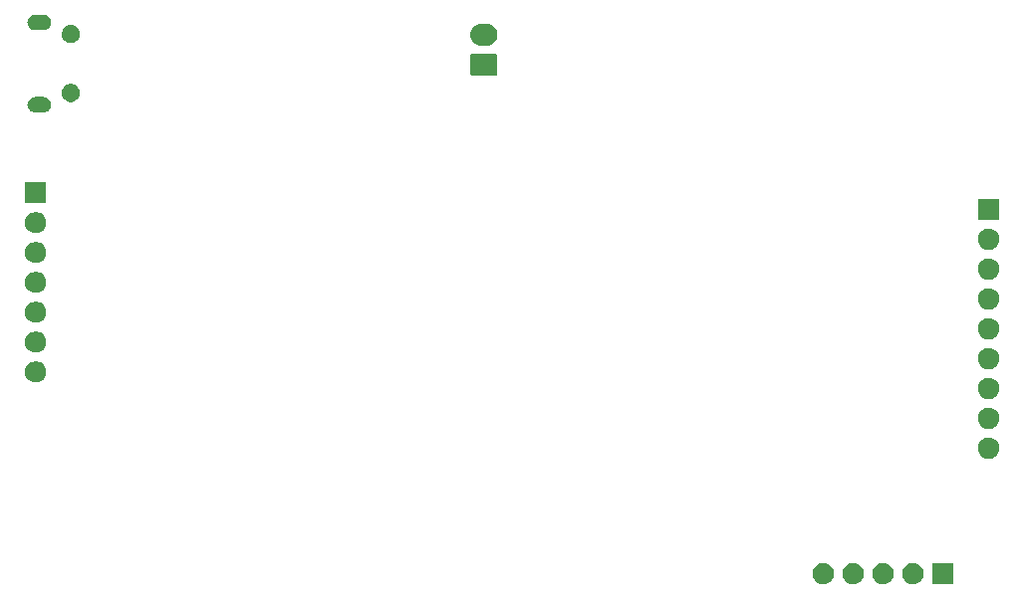
<source format=gbr>
G04 #@! TF.GenerationSoftware,KiCad,Pcbnew,(5.1.5)-3*
G04 #@! TF.CreationDate,2020-02-14T11:51:11+01:00*
G04 #@! TF.ProjectId,Lab_1,4c61625f-312e-46b6-9963-61645f706362,rev?*
G04 #@! TF.SameCoordinates,Original*
G04 #@! TF.FileFunction,Soldermask,Bot*
G04 #@! TF.FilePolarity,Negative*
%FSLAX46Y46*%
G04 Gerber Fmt 4.6, Leading zero omitted, Abs format (unit mm)*
G04 Created by KiCad (PCBNEW (5.1.5)-3) date 2020-02-14 11:51:11*
%MOMM*%
%LPD*%
G04 APERTURE LIST*
%ADD10C,0.100000*%
G04 APERTURE END LIST*
D10*
G36*
X144701000Y-145601000D02*
G01*
X142899000Y-145601000D01*
X142899000Y-143799000D01*
X144701000Y-143799000D01*
X144701000Y-145601000D01*
G37*
G36*
X138833512Y-143803927D02*
G01*
X138982812Y-143833624D01*
X139146784Y-143901544D01*
X139294354Y-144000147D01*
X139419853Y-144125646D01*
X139518456Y-144273216D01*
X139586376Y-144437188D01*
X139621000Y-144611259D01*
X139621000Y-144788741D01*
X139586376Y-144962812D01*
X139518456Y-145126784D01*
X139419853Y-145274354D01*
X139294354Y-145399853D01*
X139146784Y-145498456D01*
X138982812Y-145566376D01*
X138833512Y-145596073D01*
X138808742Y-145601000D01*
X138631258Y-145601000D01*
X138606488Y-145596073D01*
X138457188Y-145566376D01*
X138293216Y-145498456D01*
X138145646Y-145399853D01*
X138020147Y-145274354D01*
X137921544Y-145126784D01*
X137853624Y-144962812D01*
X137819000Y-144788741D01*
X137819000Y-144611259D01*
X137853624Y-144437188D01*
X137921544Y-144273216D01*
X138020147Y-144125646D01*
X138145646Y-144000147D01*
X138293216Y-143901544D01*
X138457188Y-143833624D01*
X138606488Y-143803927D01*
X138631258Y-143799000D01*
X138808742Y-143799000D01*
X138833512Y-143803927D01*
G37*
G36*
X136293512Y-143803927D02*
G01*
X136442812Y-143833624D01*
X136606784Y-143901544D01*
X136754354Y-144000147D01*
X136879853Y-144125646D01*
X136978456Y-144273216D01*
X137046376Y-144437188D01*
X137081000Y-144611259D01*
X137081000Y-144788741D01*
X137046376Y-144962812D01*
X136978456Y-145126784D01*
X136879853Y-145274354D01*
X136754354Y-145399853D01*
X136606784Y-145498456D01*
X136442812Y-145566376D01*
X136293512Y-145596073D01*
X136268742Y-145601000D01*
X136091258Y-145601000D01*
X136066488Y-145596073D01*
X135917188Y-145566376D01*
X135753216Y-145498456D01*
X135605646Y-145399853D01*
X135480147Y-145274354D01*
X135381544Y-145126784D01*
X135313624Y-144962812D01*
X135279000Y-144788741D01*
X135279000Y-144611259D01*
X135313624Y-144437188D01*
X135381544Y-144273216D01*
X135480147Y-144125646D01*
X135605646Y-144000147D01*
X135753216Y-143901544D01*
X135917188Y-143833624D01*
X136066488Y-143803927D01*
X136091258Y-143799000D01*
X136268742Y-143799000D01*
X136293512Y-143803927D01*
G37*
G36*
X133753512Y-143803927D02*
G01*
X133902812Y-143833624D01*
X134066784Y-143901544D01*
X134214354Y-144000147D01*
X134339853Y-144125646D01*
X134438456Y-144273216D01*
X134506376Y-144437188D01*
X134541000Y-144611259D01*
X134541000Y-144788741D01*
X134506376Y-144962812D01*
X134438456Y-145126784D01*
X134339853Y-145274354D01*
X134214354Y-145399853D01*
X134066784Y-145498456D01*
X133902812Y-145566376D01*
X133753512Y-145596073D01*
X133728742Y-145601000D01*
X133551258Y-145601000D01*
X133526488Y-145596073D01*
X133377188Y-145566376D01*
X133213216Y-145498456D01*
X133065646Y-145399853D01*
X132940147Y-145274354D01*
X132841544Y-145126784D01*
X132773624Y-144962812D01*
X132739000Y-144788741D01*
X132739000Y-144611259D01*
X132773624Y-144437188D01*
X132841544Y-144273216D01*
X132940147Y-144125646D01*
X133065646Y-144000147D01*
X133213216Y-143901544D01*
X133377188Y-143833624D01*
X133526488Y-143803927D01*
X133551258Y-143799000D01*
X133728742Y-143799000D01*
X133753512Y-143803927D01*
G37*
G36*
X141373512Y-143803927D02*
G01*
X141522812Y-143833624D01*
X141686784Y-143901544D01*
X141834354Y-144000147D01*
X141959853Y-144125646D01*
X142058456Y-144273216D01*
X142126376Y-144437188D01*
X142161000Y-144611259D01*
X142161000Y-144788741D01*
X142126376Y-144962812D01*
X142058456Y-145126784D01*
X141959853Y-145274354D01*
X141834354Y-145399853D01*
X141686784Y-145498456D01*
X141522812Y-145566376D01*
X141373512Y-145596073D01*
X141348742Y-145601000D01*
X141171258Y-145601000D01*
X141146488Y-145596073D01*
X140997188Y-145566376D01*
X140833216Y-145498456D01*
X140685646Y-145399853D01*
X140560147Y-145274354D01*
X140461544Y-145126784D01*
X140393624Y-144962812D01*
X140359000Y-144788741D01*
X140359000Y-144611259D01*
X140393624Y-144437188D01*
X140461544Y-144273216D01*
X140560147Y-144125646D01*
X140685646Y-144000147D01*
X140833216Y-143901544D01*
X140997188Y-143833624D01*
X141146488Y-143803927D01*
X141171258Y-143799000D01*
X141348742Y-143799000D01*
X141373512Y-143803927D01*
G37*
G36*
X147813512Y-133123927D02*
G01*
X147962812Y-133153624D01*
X148126784Y-133221544D01*
X148274354Y-133320147D01*
X148399853Y-133445646D01*
X148498456Y-133593216D01*
X148566376Y-133757188D01*
X148601000Y-133931259D01*
X148601000Y-134108741D01*
X148566376Y-134282812D01*
X148498456Y-134446784D01*
X148399853Y-134594354D01*
X148274354Y-134719853D01*
X148126784Y-134818456D01*
X147962812Y-134886376D01*
X147813512Y-134916073D01*
X147788742Y-134921000D01*
X147611258Y-134921000D01*
X147586488Y-134916073D01*
X147437188Y-134886376D01*
X147273216Y-134818456D01*
X147125646Y-134719853D01*
X147000147Y-134594354D01*
X146901544Y-134446784D01*
X146833624Y-134282812D01*
X146799000Y-134108741D01*
X146799000Y-133931259D01*
X146833624Y-133757188D01*
X146901544Y-133593216D01*
X147000147Y-133445646D01*
X147125646Y-133320147D01*
X147273216Y-133221544D01*
X147437188Y-133153624D01*
X147586488Y-133123927D01*
X147611258Y-133119000D01*
X147788742Y-133119000D01*
X147813512Y-133123927D01*
G37*
G36*
X147813512Y-130583927D02*
G01*
X147962812Y-130613624D01*
X148126784Y-130681544D01*
X148274354Y-130780147D01*
X148399853Y-130905646D01*
X148498456Y-131053216D01*
X148566376Y-131217188D01*
X148601000Y-131391259D01*
X148601000Y-131568741D01*
X148566376Y-131742812D01*
X148498456Y-131906784D01*
X148399853Y-132054354D01*
X148274354Y-132179853D01*
X148126784Y-132278456D01*
X147962812Y-132346376D01*
X147813512Y-132376073D01*
X147788742Y-132381000D01*
X147611258Y-132381000D01*
X147586488Y-132376073D01*
X147437188Y-132346376D01*
X147273216Y-132278456D01*
X147125646Y-132179853D01*
X147000147Y-132054354D01*
X146901544Y-131906784D01*
X146833624Y-131742812D01*
X146799000Y-131568741D01*
X146799000Y-131391259D01*
X146833624Y-131217188D01*
X146901544Y-131053216D01*
X147000147Y-130905646D01*
X147125646Y-130780147D01*
X147273216Y-130681544D01*
X147437188Y-130613624D01*
X147586488Y-130583927D01*
X147611258Y-130579000D01*
X147788742Y-130579000D01*
X147813512Y-130583927D01*
G37*
G36*
X147813512Y-128043927D02*
G01*
X147962812Y-128073624D01*
X148126784Y-128141544D01*
X148274354Y-128240147D01*
X148399853Y-128365646D01*
X148498456Y-128513216D01*
X148566376Y-128677188D01*
X148601000Y-128851259D01*
X148601000Y-129028741D01*
X148566376Y-129202812D01*
X148498456Y-129366784D01*
X148399853Y-129514354D01*
X148274354Y-129639853D01*
X148126784Y-129738456D01*
X147962812Y-129806376D01*
X147813512Y-129836073D01*
X147788742Y-129841000D01*
X147611258Y-129841000D01*
X147586488Y-129836073D01*
X147437188Y-129806376D01*
X147273216Y-129738456D01*
X147125646Y-129639853D01*
X147000147Y-129514354D01*
X146901544Y-129366784D01*
X146833624Y-129202812D01*
X146799000Y-129028741D01*
X146799000Y-128851259D01*
X146833624Y-128677188D01*
X146901544Y-128513216D01*
X147000147Y-128365646D01*
X147125646Y-128240147D01*
X147273216Y-128141544D01*
X147437188Y-128073624D01*
X147586488Y-128043927D01*
X147611258Y-128039000D01*
X147788742Y-128039000D01*
X147813512Y-128043927D01*
G37*
G36*
X66813512Y-126643927D02*
G01*
X66962812Y-126673624D01*
X67126784Y-126741544D01*
X67274354Y-126840147D01*
X67399853Y-126965646D01*
X67498456Y-127113216D01*
X67566376Y-127277188D01*
X67601000Y-127451259D01*
X67601000Y-127628741D01*
X67566376Y-127802812D01*
X67498456Y-127966784D01*
X67399853Y-128114354D01*
X67274354Y-128239853D01*
X67126784Y-128338456D01*
X66962812Y-128406376D01*
X66813512Y-128436073D01*
X66788742Y-128441000D01*
X66611258Y-128441000D01*
X66586488Y-128436073D01*
X66437188Y-128406376D01*
X66273216Y-128338456D01*
X66125646Y-128239853D01*
X66000147Y-128114354D01*
X65901544Y-127966784D01*
X65833624Y-127802812D01*
X65799000Y-127628741D01*
X65799000Y-127451259D01*
X65833624Y-127277188D01*
X65901544Y-127113216D01*
X66000147Y-126965646D01*
X66125646Y-126840147D01*
X66273216Y-126741544D01*
X66437188Y-126673624D01*
X66586488Y-126643927D01*
X66611258Y-126639000D01*
X66788742Y-126639000D01*
X66813512Y-126643927D01*
G37*
G36*
X147813512Y-125503927D02*
G01*
X147962812Y-125533624D01*
X148126784Y-125601544D01*
X148274354Y-125700147D01*
X148399853Y-125825646D01*
X148498456Y-125973216D01*
X148566376Y-126137188D01*
X148601000Y-126311259D01*
X148601000Y-126488741D01*
X148566376Y-126662812D01*
X148498456Y-126826784D01*
X148399853Y-126974354D01*
X148274354Y-127099853D01*
X148126784Y-127198456D01*
X147962812Y-127266376D01*
X147813512Y-127296073D01*
X147788742Y-127301000D01*
X147611258Y-127301000D01*
X147586488Y-127296073D01*
X147437188Y-127266376D01*
X147273216Y-127198456D01*
X147125646Y-127099853D01*
X147000147Y-126974354D01*
X146901544Y-126826784D01*
X146833624Y-126662812D01*
X146799000Y-126488741D01*
X146799000Y-126311259D01*
X146833624Y-126137188D01*
X146901544Y-125973216D01*
X147000147Y-125825646D01*
X147125646Y-125700147D01*
X147273216Y-125601544D01*
X147437188Y-125533624D01*
X147586488Y-125503927D01*
X147611258Y-125499000D01*
X147788742Y-125499000D01*
X147813512Y-125503927D01*
G37*
G36*
X66813512Y-124103927D02*
G01*
X66962812Y-124133624D01*
X67126784Y-124201544D01*
X67274354Y-124300147D01*
X67399853Y-124425646D01*
X67498456Y-124573216D01*
X67566376Y-124737188D01*
X67601000Y-124911259D01*
X67601000Y-125088741D01*
X67566376Y-125262812D01*
X67498456Y-125426784D01*
X67399853Y-125574354D01*
X67274354Y-125699853D01*
X67126784Y-125798456D01*
X66962812Y-125866376D01*
X66813512Y-125896073D01*
X66788742Y-125901000D01*
X66611258Y-125901000D01*
X66586488Y-125896073D01*
X66437188Y-125866376D01*
X66273216Y-125798456D01*
X66125646Y-125699853D01*
X66000147Y-125574354D01*
X65901544Y-125426784D01*
X65833624Y-125262812D01*
X65799000Y-125088741D01*
X65799000Y-124911259D01*
X65833624Y-124737188D01*
X65901544Y-124573216D01*
X66000147Y-124425646D01*
X66125646Y-124300147D01*
X66273216Y-124201544D01*
X66437188Y-124133624D01*
X66586488Y-124103927D01*
X66611258Y-124099000D01*
X66788742Y-124099000D01*
X66813512Y-124103927D01*
G37*
G36*
X147813512Y-122963927D02*
G01*
X147962812Y-122993624D01*
X148126784Y-123061544D01*
X148274354Y-123160147D01*
X148399853Y-123285646D01*
X148498456Y-123433216D01*
X148566376Y-123597188D01*
X148601000Y-123771259D01*
X148601000Y-123948741D01*
X148566376Y-124122812D01*
X148498456Y-124286784D01*
X148399853Y-124434354D01*
X148274354Y-124559853D01*
X148126784Y-124658456D01*
X147962812Y-124726376D01*
X147813512Y-124756073D01*
X147788742Y-124761000D01*
X147611258Y-124761000D01*
X147586488Y-124756073D01*
X147437188Y-124726376D01*
X147273216Y-124658456D01*
X147125646Y-124559853D01*
X147000147Y-124434354D01*
X146901544Y-124286784D01*
X146833624Y-124122812D01*
X146799000Y-123948741D01*
X146799000Y-123771259D01*
X146833624Y-123597188D01*
X146901544Y-123433216D01*
X147000147Y-123285646D01*
X147125646Y-123160147D01*
X147273216Y-123061544D01*
X147437188Y-122993624D01*
X147586488Y-122963927D01*
X147611258Y-122959000D01*
X147788742Y-122959000D01*
X147813512Y-122963927D01*
G37*
G36*
X66813512Y-121563927D02*
G01*
X66962812Y-121593624D01*
X67126784Y-121661544D01*
X67274354Y-121760147D01*
X67399853Y-121885646D01*
X67498456Y-122033216D01*
X67566376Y-122197188D01*
X67601000Y-122371259D01*
X67601000Y-122548741D01*
X67566376Y-122722812D01*
X67498456Y-122886784D01*
X67399853Y-123034354D01*
X67274354Y-123159853D01*
X67126784Y-123258456D01*
X66962812Y-123326376D01*
X66813512Y-123356073D01*
X66788742Y-123361000D01*
X66611258Y-123361000D01*
X66586488Y-123356073D01*
X66437188Y-123326376D01*
X66273216Y-123258456D01*
X66125646Y-123159853D01*
X66000147Y-123034354D01*
X65901544Y-122886784D01*
X65833624Y-122722812D01*
X65799000Y-122548741D01*
X65799000Y-122371259D01*
X65833624Y-122197188D01*
X65901544Y-122033216D01*
X66000147Y-121885646D01*
X66125646Y-121760147D01*
X66273216Y-121661544D01*
X66437188Y-121593624D01*
X66586488Y-121563927D01*
X66611258Y-121559000D01*
X66788742Y-121559000D01*
X66813512Y-121563927D01*
G37*
G36*
X147813512Y-120423927D02*
G01*
X147962812Y-120453624D01*
X148126784Y-120521544D01*
X148274354Y-120620147D01*
X148399853Y-120745646D01*
X148498456Y-120893216D01*
X148566376Y-121057188D01*
X148601000Y-121231259D01*
X148601000Y-121408741D01*
X148566376Y-121582812D01*
X148498456Y-121746784D01*
X148399853Y-121894354D01*
X148274354Y-122019853D01*
X148126784Y-122118456D01*
X147962812Y-122186376D01*
X147813512Y-122216073D01*
X147788742Y-122221000D01*
X147611258Y-122221000D01*
X147586488Y-122216073D01*
X147437188Y-122186376D01*
X147273216Y-122118456D01*
X147125646Y-122019853D01*
X147000147Y-121894354D01*
X146901544Y-121746784D01*
X146833624Y-121582812D01*
X146799000Y-121408741D01*
X146799000Y-121231259D01*
X146833624Y-121057188D01*
X146901544Y-120893216D01*
X147000147Y-120745646D01*
X147125646Y-120620147D01*
X147273216Y-120521544D01*
X147437188Y-120453624D01*
X147586488Y-120423927D01*
X147611258Y-120419000D01*
X147788742Y-120419000D01*
X147813512Y-120423927D01*
G37*
G36*
X66813512Y-119023927D02*
G01*
X66962812Y-119053624D01*
X67126784Y-119121544D01*
X67274354Y-119220147D01*
X67399853Y-119345646D01*
X67498456Y-119493216D01*
X67566376Y-119657188D01*
X67601000Y-119831259D01*
X67601000Y-120008741D01*
X67566376Y-120182812D01*
X67498456Y-120346784D01*
X67399853Y-120494354D01*
X67274354Y-120619853D01*
X67126784Y-120718456D01*
X66962812Y-120786376D01*
X66813512Y-120816073D01*
X66788742Y-120821000D01*
X66611258Y-120821000D01*
X66586488Y-120816073D01*
X66437188Y-120786376D01*
X66273216Y-120718456D01*
X66125646Y-120619853D01*
X66000147Y-120494354D01*
X65901544Y-120346784D01*
X65833624Y-120182812D01*
X65799000Y-120008741D01*
X65799000Y-119831259D01*
X65833624Y-119657188D01*
X65901544Y-119493216D01*
X66000147Y-119345646D01*
X66125646Y-119220147D01*
X66273216Y-119121544D01*
X66437188Y-119053624D01*
X66586488Y-119023927D01*
X66611258Y-119019000D01*
X66788742Y-119019000D01*
X66813512Y-119023927D01*
G37*
G36*
X147813512Y-117883927D02*
G01*
X147962812Y-117913624D01*
X148126784Y-117981544D01*
X148274354Y-118080147D01*
X148399853Y-118205646D01*
X148498456Y-118353216D01*
X148566376Y-118517188D01*
X148601000Y-118691259D01*
X148601000Y-118868741D01*
X148566376Y-119042812D01*
X148498456Y-119206784D01*
X148399853Y-119354354D01*
X148274354Y-119479853D01*
X148126784Y-119578456D01*
X147962812Y-119646376D01*
X147813512Y-119676073D01*
X147788742Y-119681000D01*
X147611258Y-119681000D01*
X147586488Y-119676073D01*
X147437188Y-119646376D01*
X147273216Y-119578456D01*
X147125646Y-119479853D01*
X147000147Y-119354354D01*
X146901544Y-119206784D01*
X146833624Y-119042812D01*
X146799000Y-118868741D01*
X146799000Y-118691259D01*
X146833624Y-118517188D01*
X146901544Y-118353216D01*
X147000147Y-118205646D01*
X147125646Y-118080147D01*
X147273216Y-117981544D01*
X147437188Y-117913624D01*
X147586488Y-117883927D01*
X147611258Y-117879000D01*
X147788742Y-117879000D01*
X147813512Y-117883927D01*
G37*
G36*
X66813512Y-116483927D02*
G01*
X66962812Y-116513624D01*
X67126784Y-116581544D01*
X67274354Y-116680147D01*
X67399853Y-116805646D01*
X67498456Y-116953216D01*
X67566376Y-117117188D01*
X67601000Y-117291259D01*
X67601000Y-117468741D01*
X67566376Y-117642812D01*
X67498456Y-117806784D01*
X67399853Y-117954354D01*
X67274354Y-118079853D01*
X67126784Y-118178456D01*
X66962812Y-118246376D01*
X66813512Y-118276073D01*
X66788742Y-118281000D01*
X66611258Y-118281000D01*
X66586488Y-118276073D01*
X66437188Y-118246376D01*
X66273216Y-118178456D01*
X66125646Y-118079853D01*
X66000147Y-117954354D01*
X65901544Y-117806784D01*
X65833624Y-117642812D01*
X65799000Y-117468741D01*
X65799000Y-117291259D01*
X65833624Y-117117188D01*
X65901544Y-116953216D01*
X66000147Y-116805646D01*
X66125646Y-116680147D01*
X66273216Y-116581544D01*
X66437188Y-116513624D01*
X66586488Y-116483927D01*
X66611258Y-116479000D01*
X66788742Y-116479000D01*
X66813512Y-116483927D01*
G37*
G36*
X147813512Y-115343927D02*
G01*
X147962812Y-115373624D01*
X148126784Y-115441544D01*
X148274354Y-115540147D01*
X148399853Y-115665646D01*
X148498456Y-115813216D01*
X148566376Y-115977188D01*
X148601000Y-116151259D01*
X148601000Y-116328741D01*
X148566376Y-116502812D01*
X148498456Y-116666784D01*
X148399853Y-116814354D01*
X148274354Y-116939853D01*
X148126784Y-117038456D01*
X147962812Y-117106376D01*
X147813512Y-117136073D01*
X147788742Y-117141000D01*
X147611258Y-117141000D01*
X147586488Y-117136073D01*
X147437188Y-117106376D01*
X147273216Y-117038456D01*
X147125646Y-116939853D01*
X147000147Y-116814354D01*
X146901544Y-116666784D01*
X146833624Y-116502812D01*
X146799000Y-116328741D01*
X146799000Y-116151259D01*
X146833624Y-115977188D01*
X146901544Y-115813216D01*
X147000147Y-115665646D01*
X147125646Y-115540147D01*
X147273216Y-115441544D01*
X147437188Y-115373624D01*
X147586488Y-115343927D01*
X147611258Y-115339000D01*
X147788742Y-115339000D01*
X147813512Y-115343927D01*
G37*
G36*
X66813512Y-113943927D02*
G01*
X66962812Y-113973624D01*
X67126784Y-114041544D01*
X67274354Y-114140147D01*
X67399853Y-114265646D01*
X67498456Y-114413216D01*
X67566376Y-114577188D01*
X67601000Y-114751259D01*
X67601000Y-114928741D01*
X67566376Y-115102812D01*
X67498456Y-115266784D01*
X67399853Y-115414354D01*
X67274354Y-115539853D01*
X67126784Y-115638456D01*
X66962812Y-115706376D01*
X66813512Y-115736073D01*
X66788742Y-115741000D01*
X66611258Y-115741000D01*
X66586488Y-115736073D01*
X66437188Y-115706376D01*
X66273216Y-115638456D01*
X66125646Y-115539853D01*
X66000147Y-115414354D01*
X65901544Y-115266784D01*
X65833624Y-115102812D01*
X65799000Y-114928741D01*
X65799000Y-114751259D01*
X65833624Y-114577188D01*
X65901544Y-114413216D01*
X66000147Y-114265646D01*
X66125646Y-114140147D01*
X66273216Y-114041544D01*
X66437188Y-113973624D01*
X66586488Y-113943927D01*
X66611258Y-113939000D01*
X66788742Y-113939000D01*
X66813512Y-113943927D01*
G37*
G36*
X148601000Y-114601000D02*
G01*
X146799000Y-114601000D01*
X146799000Y-112799000D01*
X148601000Y-112799000D01*
X148601000Y-114601000D01*
G37*
G36*
X67601000Y-113201000D02*
G01*
X65799000Y-113201000D01*
X65799000Y-111399000D01*
X67601000Y-111399000D01*
X67601000Y-113201000D01*
G37*
G36*
X67413855Y-104152140D02*
G01*
X67477618Y-104158420D01*
X67568404Y-104185960D01*
X67600336Y-104195646D01*
X67713425Y-104256094D01*
X67812554Y-104337446D01*
X67893906Y-104436575D01*
X67954354Y-104549664D01*
X67954355Y-104549668D01*
X67991580Y-104672382D01*
X68004149Y-104800000D01*
X67991580Y-104927618D01*
X67964040Y-105018404D01*
X67954354Y-105050336D01*
X67893906Y-105163425D01*
X67812554Y-105262554D01*
X67713425Y-105343906D01*
X67600336Y-105404354D01*
X67568404Y-105414040D01*
X67477618Y-105441580D01*
X67413855Y-105447860D01*
X67381974Y-105451000D01*
X66618026Y-105451000D01*
X66586145Y-105447860D01*
X66522382Y-105441580D01*
X66431596Y-105414040D01*
X66399664Y-105404354D01*
X66286575Y-105343906D01*
X66187446Y-105262554D01*
X66106094Y-105163425D01*
X66045646Y-105050336D01*
X66035960Y-105018404D01*
X66008420Y-104927618D01*
X65995851Y-104800000D01*
X66008420Y-104672382D01*
X66045645Y-104549668D01*
X66045646Y-104549664D01*
X66106094Y-104436575D01*
X66187446Y-104337446D01*
X66286575Y-104256094D01*
X66399664Y-104195646D01*
X66431596Y-104185960D01*
X66522382Y-104158420D01*
X66586145Y-104152140D01*
X66618026Y-104149000D01*
X67381974Y-104149000D01*
X67413855Y-104152140D01*
G37*
G36*
X69926348Y-103053820D02*
G01*
X69926350Y-103053821D01*
X69926351Y-103053821D01*
X70067574Y-103112317D01*
X70067577Y-103112319D01*
X70194669Y-103197239D01*
X70302761Y-103305331D01*
X70387681Y-103432423D01*
X70387683Y-103432426D01*
X70446179Y-103573649D01*
X70476000Y-103723571D01*
X70476000Y-103876429D01*
X70446179Y-104026351D01*
X70387683Y-104167574D01*
X70387681Y-104167577D01*
X70302761Y-104294669D01*
X70194669Y-104402761D01*
X70067577Y-104487681D01*
X70067574Y-104487683D01*
X69926351Y-104546179D01*
X69926350Y-104546179D01*
X69926348Y-104546180D01*
X69776431Y-104576000D01*
X69623569Y-104576000D01*
X69473652Y-104546180D01*
X69473650Y-104546179D01*
X69473649Y-104546179D01*
X69332426Y-104487683D01*
X69332423Y-104487681D01*
X69205331Y-104402761D01*
X69097239Y-104294669D01*
X69012319Y-104167577D01*
X69012317Y-104167574D01*
X68953821Y-104026351D01*
X68924000Y-103876429D01*
X68924000Y-103723571D01*
X68953821Y-103573649D01*
X69012317Y-103432426D01*
X69012319Y-103432423D01*
X69097239Y-103305331D01*
X69205331Y-103197239D01*
X69332423Y-103112319D01*
X69332426Y-103112317D01*
X69473649Y-103053821D01*
X69473650Y-103053821D01*
X69473652Y-103053820D01*
X69623569Y-103024000D01*
X69776431Y-103024000D01*
X69926348Y-103053820D01*
G37*
G36*
X105809561Y-100482966D02*
G01*
X105842383Y-100492923D01*
X105872632Y-100509092D01*
X105899148Y-100530852D01*
X105920908Y-100557368D01*
X105937077Y-100587617D01*
X105947034Y-100620439D01*
X105951000Y-100660713D01*
X105951000Y-102139287D01*
X105947034Y-102179561D01*
X105937077Y-102212383D01*
X105920908Y-102242632D01*
X105899148Y-102269148D01*
X105872632Y-102290908D01*
X105842383Y-102307077D01*
X105809561Y-102317034D01*
X105769287Y-102321000D01*
X103830713Y-102321000D01*
X103790439Y-102317034D01*
X103757617Y-102307077D01*
X103727368Y-102290908D01*
X103700852Y-102269148D01*
X103679092Y-102242632D01*
X103662923Y-102212383D01*
X103652966Y-102179561D01*
X103649000Y-102139287D01*
X103649000Y-100660713D01*
X103652966Y-100620439D01*
X103662923Y-100587617D01*
X103679092Y-100557368D01*
X103700852Y-100530852D01*
X103727368Y-100509092D01*
X103757617Y-100492923D01*
X103790439Y-100482966D01*
X103830713Y-100479000D01*
X105769287Y-100479000D01*
X105809561Y-100482966D01*
G37*
G36*
X105120345Y-97943442D02*
G01*
X105210548Y-97952326D01*
X105384157Y-98004990D01*
X105544156Y-98090511D01*
X105570726Y-98112317D01*
X105684397Y-98205603D01*
X105763729Y-98302271D01*
X105799489Y-98345844D01*
X105885010Y-98505843D01*
X105937674Y-98679452D01*
X105955456Y-98860000D01*
X105937674Y-99040548D01*
X105885010Y-99214157D01*
X105799489Y-99374156D01*
X105776015Y-99402759D01*
X105684397Y-99514397D01*
X105609332Y-99576000D01*
X105544156Y-99629489D01*
X105384157Y-99715010D01*
X105210548Y-99767674D01*
X105120345Y-99776558D01*
X105075245Y-99781000D01*
X104524755Y-99781000D01*
X104479655Y-99776558D01*
X104389452Y-99767674D01*
X104215843Y-99715010D01*
X104055844Y-99629489D01*
X103990668Y-99576000D01*
X103915603Y-99514397D01*
X103823985Y-99402759D01*
X103800511Y-99374156D01*
X103714990Y-99214157D01*
X103662326Y-99040548D01*
X103644544Y-98860000D01*
X103662326Y-98679452D01*
X103714990Y-98505843D01*
X103800511Y-98345844D01*
X103836271Y-98302271D01*
X103915603Y-98205603D01*
X104029274Y-98112317D01*
X104055844Y-98090511D01*
X104215843Y-98004990D01*
X104389452Y-97952326D01*
X104479655Y-97943442D01*
X104524755Y-97939000D01*
X105075245Y-97939000D01*
X105120345Y-97943442D01*
G37*
G36*
X69926348Y-98053820D02*
G01*
X69926350Y-98053821D01*
X69926351Y-98053821D01*
X70067574Y-98112317D01*
X70067577Y-98112319D01*
X70194669Y-98197239D01*
X70302761Y-98305331D01*
X70387681Y-98432423D01*
X70387683Y-98432426D01*
X70418092Y-98505841D01*
X70446180Y-98573652D01*
X70467225Y-98679454D01*
X70476000Y-98723571D01*
X70476000Y-98876429D01*
X70446179Y-99026351D01*
X70387683Y-99167574D01*
X70387681Y-99167577D01*
X70302761Y-99294669D01*
X70194669Y-99402761D01*
X70067577Y-99487681D01*
X70067574Y-99487683D01*
X69926351Y-99546179D01*
X69926350Y-99546179D01*
X69926348Y-99546180D01*
X69776431Y-99576000D01*
X69623569Y-99576000D01*
X69473652Y-99546180D01*
X69473650Y-99546179D01*
X69473649Y-99546179D01*
X69332426Y-99487683D01*
X69332423Y-99487681D01*
X69205331Y-99402761D01*
X69097239Y-99294669D01*
X69012319Y-99167577D01*
X69012317Y-99167574D01*
X68953821Y-99026351D01*
X68924000Y-98876429D01*
X68924000Y-98723571D01*
X68932775Y-98679454D01*
X68953820Y-98573652D01*
X68981908Y-98505841D01*
X69012317Y-98432426D01*
X69012319Y-98432423D01*
X69097239Y-98305331D01*
X69205331Y-98197239D01*
X69332423Y-98112319D01*
X69332426Y-98112317D01*
X69473649Y-98053821D01*
X69473650Y-98053821D01*
X69473652Y-98053820D01*
X69623569Y-98024000D01*
X69776431Y-98024000D01*
X69926348Y-98053820D01*
G37*
G36*
X67413855Y-97152140D02*
G01*
X67477618Y-97158420D01*
X67568404Y-97185960D01*
X67600336Y-97195646D01*
X67713425Y-97256094D01*
X67812554Y-97337446D01*
X67893906Y-97436575D01*
X67954354Y-97549664D01*
X67954355Y-97549668D01*
X67991580Y-97672382D01*
X68004149Y-97800000D01*
X67991580Y-97927618D01*
X67968109Y-98004990D01*
X67954354Y-98050336D01*
X67893906Y-98163425D01*
X67812554Y-98262554D01*
X67713425Y-98343906D01*
X67600336Y-98404354D01*
X67568404Y-98414040D01*
X67477618Y-98441580D01*
X67413855Y-98447860D01*
X67381974Y-98451000D01*
X66618026Y-98451000D01*
X66586145Y-98447860D01*
X66522382Y-98441580D01*
X66431596Y-98414040D01*
X66399664Y-98404354D01*
X66286575Y-98343906D01*
X66187446Y-98262554D01*
X66106094Y-98163425D01*
X66045646Y-98050336D01*
X66031891Y-98004990D01*
X66008420Y-97927618D01*
X65995851Y-97800000D01*
X66008420Y-97672382D01*
X66045645Y-97549668D01*
X66045646Y-97549664D01*
X66106094Y-97436575D01*
X66187446Y-97337446D01*
X66286575Y-97256094D01*
X66399664Y-97195646D01*
X66431596Y-97185960D01*
X66522382Y-97158420D01*
X66586145Y-97152140D01*
X66618026Y-97149000D01*
X67381974Y-97149000D01*
X67413855Y-97152140D01*
G37*
M02*

</source>
